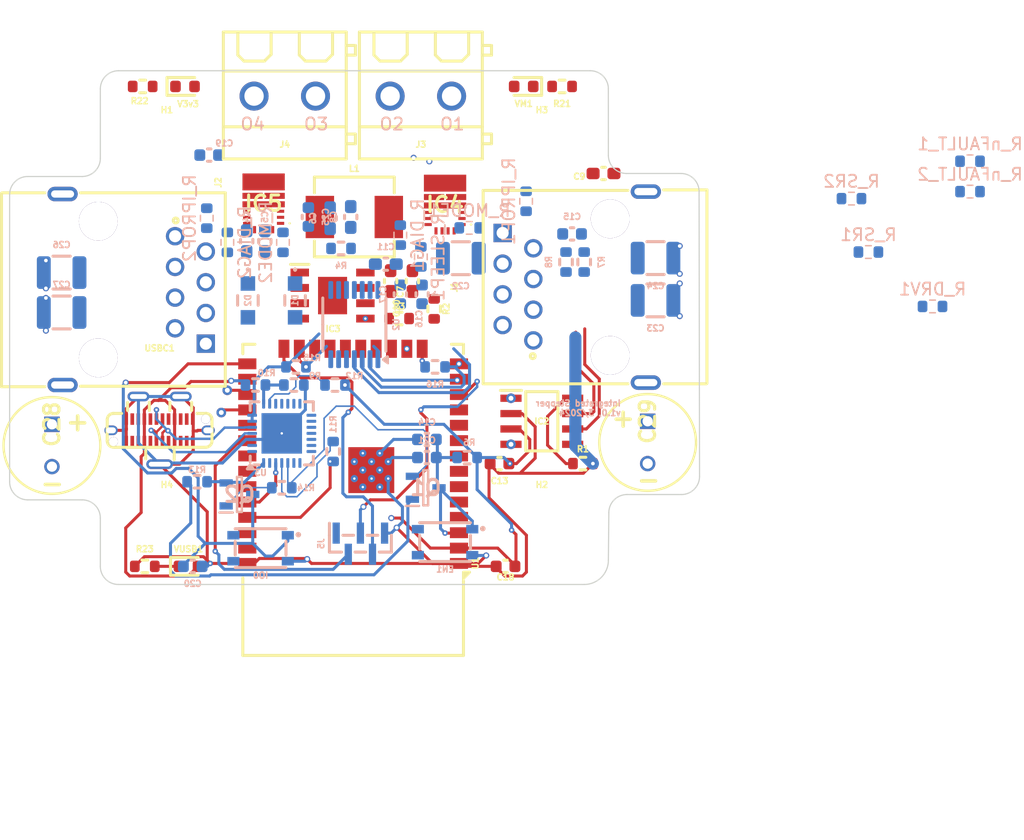
<source format=kicad_pcb>
(kicad_pcb (version 20240108) (generator "pcbnew") (generator_version "8.0")
  (layers (0 "F.Cu" signal) (1 "In1.Cu" signal) (2 "In2.Cu" signal) (31 "B.Cu" signal) (34 "B.Paste" user) (35 "F.Paste" user) (36 "B.SilkS" user "B.Silkscreen") (37 "F.SilkS" user "F.Silkscreen") (38 "B.Mask" user) (39 "F.Mask" user) (44 "Edge.Cuts" user))
  (net 0 "")
  (net 1 "/3V3_VReg/VM")
  (net 2 "Net-(IC4-DIAG)")
  (net 3 "Net-(IC4-SR)")
  (net 4 "GND")
  (net 5 "/DRV8844/DRVOFF")
  (net 6 "VIN")
  (net 7 "3V3_VCC")
  (net 8 "Net-(IC3-BOOT)")
  (net 9 "Net-(IC3-SW)")
  (net 10 "EN")
  (net 11 "Net-(C15-Pad1)")
  (net 12 "IO0")
  (net 15 "/DRV8844/NFAULT_1")
  (net 16 "/DRV8844/NSLEEP")
  (net 17 "IPROPI_1")
  (net 18 "/DRV8844/IN4")
  (net 19 "/DRV8844/IN1")
  (net 20 "/DRV8844/IN2")
  (net 21 "/DRV8844/OUT1")
  (net 22 "/DRV8844/OUT4")
  (net 23 "/DRV8844/OUT3")
  (net 24 "/DRV8844/IN3")
  (net 25 "/DRV8844/OUT2")
  (net 26 "Net-(IC2-RS)")
  (net 28 "CANH")
  (net 29 "CANL")
  (net 30 "Net-(IC3-RT{slash}SYNC)")
  (net 31 "Net-(IC3-FB)")
  (net 38 "/ESP32_MCU/ENC-")
  (net 39 "/ESP32_MCU/ENC_IND")
  (net 40 "/ESP32_MCU/ENC+")
  (net 41 "Net-(Q1-B)")
  (net 42 "RTS")
  (net 43 "DTR")
  (net 44 "Net-(Q2-B)")
  (net 45 "Net-(U3-VBUS)")
  (net 46 "TX")
  (net 47 "Net-(U1-TXD0{slash}IO1)")
  (net 48 "Net-(U3-~{RST})")
  (net 49 "/ESP32_MCU/M_CS0")
  (net 50 "/ESP32_MCU/M_MISO")
  (net 51 "Net-(IC4-MODE)")
  (net 52 "Net-(VM1-K)")
  (net 53 "Net-(V3v3-K)")
  (net 54 "/ESP32_MCU/I2C_SCL")
  (net 57 "/DRV8844/NFAULT_2")
  (net 63 "/ESP32_MCU/I2C_SDA")
  (net 64 "/ESP32_MCU/M_MOSI")
  (net 65 "RX")
  (net 67 "Net-(IC5-MODE)")
  (net 69 "Net-(IC5-DIAG)")
  (net 70 "/ESP32_MCU/M_SCLK")
  (net 71 "/Magnetic_Encoder/M_PWM")
  (net 95 "Net-(VUSB1-K)")
  (net 96 "/CAN_Transciever/CAN_RX")
  (net 97 "/CAN_Transciever/CAN_TX")
  (net 98 "V_USB")
  (net 99 "USB_D-")
  (net 100 "USB_D+")
  (net 114 "Net-(IC5-SR)")
  (net 115 "IPROPI_2")
  (footprint "Capacitor_SMD:C_0603_1608Metric_Pad1.08x0.95mm_HandSolder" (layer "F.Cu") (at 124 117.4 -90)
    (property "Reference" "C10")
    (property "Value" "10uf")
  )
  (footprint "Resistor_SMD:R_0603_1608Metric" (layer "F.Cu") (at 139.9 132.5)
    (property "Reference" "R1")
    (property "Value" "10k")
  )
  (footprint "SamacSys_Parts:DRV8243HQRXYRQ1" (layer "F.Cu") (at 113.5 111 180)
    (property "Reference" "IC5")
    (property "Value" "DRV8243HQRXYRQ1" (hide yes))
  )
  (footprint "Capacitor_SMD:C_0603_1608Metric" (layer "F.Cu") (at 133 132.5 180)
    (property "Reference" "C13")
    (property "Value" "0.1uF")
  )
  (footprint "SamacSys_Parts:DRV8243HQRXYRQ1" (layer "F.Cu") (at 128.5 111.1 180)
    (property "Reference" "IC4")
    (property "Value" "DRV8243HQRXYRQ1" (hide yes))
  )
  (footprint "Resistor_SMD:R_0603_1608Metric" (layer "F.Cu") (at 124.7 120.5)
    (property "Reference" "R3")
    (property "Value" "64.9k")
  )
  (footprint "SamacSys_Parts:SOIC127P600X170-9N" (layer "F.Cu") (at 119.2 118.6)
    (property "Reference" "IC3")
    (property "Value" "LMR38020FSQDDARQ1" (hide yes))
  )
  (footprint "SamacSys_Parts:SOT127P600X175-8N" (layer "F.Cu") (at 136.5 129)
    (property "Reference" "IC2")
    (property "Value" "SN65HVD230DR" (hide yes))
  )
  (footprint "easyeda2kicad:CONN-TH_P5.08_KF128-5.08-2P" (layer "F.Cu") (at 126.5 102.1 180)
    (property "Reference" "J3")
    (property "Value" "Screw_Terminal_01x02")
  )
  (footprint "easyeda2kicad:IND-SMD_L7.2-W6.6_GPSR07X0" (layer "F.Cu") (at 121 112.1)
    (property "Reference" "L1")
    (property "Value" "10uH")
  )
  (footprint "easyeda2kicad:USB-C-SMD_TYPE-C-USB-3" (layer "F.Cu") (at 104.9 129.75)
    (property "Reference" "USBC1")
    (property "Value" "TYPE-C 3.1_C168690")
  )
  (footprint "MountingHole:MountingHole_3.2mm_M3" (layer "F.Cu") (at 136.5 105.5)
    (property "Reference" "H3")
    (property "Value" "MountingHole_Pad")
  )
  (footprint "SamacSys_Parts:CAPPRD350W65D800H1650" (layer "F.Cu") (at 145.25 129 -90)
    (property "Reference" "C29")
    (property "Value" "100uF" (hide yes))
  )
  (footprint "MountingHole:MountingHole_3.2mm_M3" (layer "F.Cu") (at 105.5 105.5)
    (property "Reference" "H1")
    (property "Value" "MountingHole_Pad")
  )
  (footprint "easyeda2kicad:CONN-TH_P5.08_KF128-5.08-2P" (layer "F.Cu") (at 115.25 102.1 180)
    (property "Reference" "J4")
    (property "Value" "Screw_Terminal_01x02")
  )
  (footprint "Resistor_SMD:R_0603_1608Metric" (layer "F.Cu") (at 127.6 119.7 -90)
    (property "Reference" "R2")
    (property "Value" "154k")
  )
  (footprint "LED_SMD:LED_0603_1608Metric" (layer "F.Cu") (at 107.2875 141)
    (property "Reference" "VUSB1")
    (property "Value" "LED")
  )
  (footprint "Resistor_SMD:R_0603_1608Metric" (layer "F.Cu") (at 103.675 141)
    (property "Reference" "R23")
    (property "Value" "500")
  )
  (footprint "MountingHole:MountingHole_3.2mm_M3" (layer "F.Cu") (at 105.5 136.5)
    (property "Reference" "H4")
    (property "Value" "MountingHole_Pad")
  )
  (footprint "Resistor_SMD:R_0603_1608Metric" (layer "F.Cu") (at 138.175 101.3 180)
    (property "Reference" "R21")
    (property "Value" "10K")
  )
  (footprint "Capacitor_SMD:C_0603_1608Metric_Pad1.08x0.95mm_HandSolder" (layer "F.Cu") (at 141.6 108.5 180)
    (property "Reference" "C9")
    (property "Value" "1uF")
  )
  (footprint "SamacSys_Parts:CAPPRD350W65D800H1650" (layer "F.Cu") (at 96 129.25 -90)
    (property "Reference" "C28")
    (property "Value" "100uF" (hide yes))
  )
  (footprint "easyeda2kicad:RJ45-TH_KH-RJ45-58-8P8C" (layer "F.Cu") (at 102.8 118.1 -90)
    (property "Reference" "J2")
    (property "Value" "8P8C")
  )
  (footprint "LED_SMD:LED_0603_1608Metric" (layer "F.Cu") (at 135 101.3 180)
    (property "Reference" "VM1")
    (property "Value" "LED")
  )
  (footprint "Resistor_SMD:R_0603_1608Metric" (layer "F.Cu") (at 103.5 101.3)
    (property "Reference" "R22")
    (property "Value" "500")
  )
  (footprint "easyeda2kicad:RJ45-TH_KH-RJ45-58-8P8C" (layer "F.Cu") (at 139.18 117.9 90)
    (property "Reference" "J1")
    (property "Value" "8P8C")
  )
  (footprint "Capacitor_SMD:C_0603_1608Metric_Pad1.08x0.95mm_HandSolder" (layer "F.Cu") (at 125.8 117.4 -90)
    (property "Reference" "C7")
    (property "Value" "10uf")
  )
  (footprint "RF_Module:ESP32-WROOM-32D" (layer "F.Cu") (at 120.9 132.51 180)
    (property "Reference" "U1")
    (property "Value" "ESP32-WROOM-32E")
  )
  (footprint "Capacitor_SMD:C_0603_1608Metric" (layer "F.Cu") (at 133.5 141 180)
    (property "Reference" "C18")
    (property "Value" "0.1uF")
  )
  (footprint "MountingHole:MountingHole_3.2mm_M3" (layer "F.Cu") (at 136.5 136.5)
    (property "Reference" "H2")
    (property "Value" "MountingHole_Pad")
  )
  (footprint "LED_SMD:LED_0603_1608Metric" (layer "F.Cu") (at 107 101.3)
    (property "Reference" "V3v3")
    (property "Value" "LED")
  )
  (footprint "Capacitor_SMD:C_0603_1608Metric" (layer "B.Cu") (at 139 113.5 180)
    (property "Reference" "C15")
    (property "Value" "4.7nF")
  )
  (footprint "Resistor_SMD:R_0603_1608Metric" (layer "B.Cu") (at 112.825 126 180)
    (property "Reference" "R10")
    (property "Value" "22.1k")
  )
  (footprint "Capacitor_SMD:C_1210_3225Metric" (layer "B.Cu") (at 96.8 116.7 180)
    (property "Reference" "C26")
    (property "Value" "10uF")
  )
  (footprint "Resistor_SMD:R_0603_1608Metric" (layer "B.Cu") (at 126.5 115.4 90)
    (property "Reference" "R_SLEEP1")
    (property "Value" "2k")
  )
  (footprint "Capacitor_SMD:C_0603_1608Metric_Pad1.08x0.95mm_HandSolder" (layer "B.Cu") (at 119 112.2 -90)
    (property "Reference" "C6")
    (property "Value" "100nf")
  )
  (footprint "Resistor_SMD:R_0603_1608Metric" (layer "B.Cu") (at 135.2 110.8 -90)
    (property "Reference" "R_IPROP1")
    (property "Value" "820")
  )
  (footprint "Resistor_SMD:R_0603_1608Metric" (layer "B.Cu") (at 171.9 107.49 180)
    (property "Reference" "R_nFAULT_1")
    (property "Value" "2k")
  )
  (footprint "Capacitor_SMD:C_0603_1608Metric" (layer "B.Cu") (at 117.2 112.1 90)
    (property "Reference" "C25")
    (property "Value" "10uF")
  )
  (footprint "SamacSys_Parts:SOT95P240X115-3N" (layer "B.Cu") (at 126.9 134.5)
    (property "Reference" "Q1")
    (property "Value" "SS8050-G" (hide yes))
  )
  (footprint "Resistor_SMD:R_0603_1608Metric" (layer "B.Cu") (at 115.1 114.2 -90)
    (property "Reference" "R_MODE2")
    (property "Value" "8.2k")
  )
  (footprint "SamacSys_Parts:SOT95P240X115-3N" (layer "B.Cu") (at 111.5 135.05)
    (property "Reference" "Q2")
    (property "Value" "SS8050-G" (hide yes))
  )
  (footprint "Capacitor_SMD:C_0603_1608Metric_Pad1.08x0.95mm_HandSolder" (layer "B.Cu") (at 113.6 114.1 -90)
    (property "Reference" "C5")
    (property "Value" "1uF")
  )
  (footprint "Connector_PinHeader_1.00mm:PinHeader_1x05_P1.00mm_Vertical_SMD_Pin1Left" (layer "B.Cu") (at 121.5 139.125 -90)
    (property "Reference" "J5")
    (property "Value" "Conn_01x05_Socket")
  )
  (footprint "Capacitor_SMD:C_0603_1608Metric_Pad1.08x0.95mm_HandSolder" (layer "B.Cu") (at 112.1 114.1 -90)
    (property "Reference" "C4")
    (property "Value" "10uf")
  )
  (footprint "Resistor_SMD:R_0603_1608Metric" (layer "B.Cu") (at 119.25 131.5 -90)
    (property "Reference" "R11")
    (property "Value" "10")
  )
  (footprint "Resistor_SMD:R_0603_1608Metric" (layer "B.Cu") (at 138.5 115.825 -90)
    (property "Reference" "R8")
    (property "Value" "60")
  )
  (footprint "SamacSys_Parts:PMEG6020ER115" (layer "B.Cu") (at 116.1 119 -90)
    (property "Reference" "D1")
    (property "Value" "PMEG6020ER,115" (hide yes))
  )
  (footprint "Resistor_SMD:R_0603_1608Metric" (layer "B.Cu") (at 115 134.5 180)
    (property "Reference" "R14")
    (property "Value" "10k")
  )
  (footprint "Capacitor_SMD:C_1210_3225Metric" (layer "B.Cu") (at 96.8 120 180)
    (property "Reference" "C27")
    (property "Value" "10uF")
  )
  (footprint "Capacitor_SMD:C_0603_1608Metric" (layer "B.Cu") (at 109 106.98 180)
    (property "Reference" "C19")
    (property "Value" "10uF")
  )
  (footprint "Capacitor_SMD:C_0603_1608Metric_Pad1.08x0.95mm_HandSolder" (layer "B.Cu") (at 123.6 116 180)
    (property "Reference" "C11")
    (property "Value" "0.1uF")
  )
  (footprint "Resistor_SMD:R_0603_1608Metric" (layer "B.Cu") (at 171.9 110 180)
    (property "Reference" "R_nFAULT_2")
    (property "Value" "2k")
  )
  (footprint "Capacitor_SMD:C_0603_1608Metric" (layer "B.Cu") (at 127 132 180)
    (property "Reference" "C21")
    (property "Value" "0.1uF")
  )
  (footprint "Resistor_SMD:R_0603_1608Metric" (layer "B.Cu") (at 130.5 113 180)
    (property "Reference" "R_MODE1")
    (property "Value" "8.2k")
  )
  (footprint "Resistor_SMD:R_0603_1608Metric" (layer "B.Cu") (at 116.175 124.5 180)
    (property "Reference" "R15")
    (property "Value" "2k")
  )
  (footprint "Resistor_SMD:R_0603_1608Metric" (layer "B.Cu") (at 119.9 114.7)
    (property "Reference" "R4")
    (property "Value" "64.9k")
  )
  (footprint "Capacitor_SMD:C_0603_1608Metric_Pad1.08x0.95mm_HandSolder" (layer "B.Cu") (at 120.7 112.1 -90)
    (property "Reference" "C8")
    (property "Value" "100nf")
  )
  (footprint "Capacitor_SMD:C_0603_1608Metric" (layer "B.Cu") (at 126.6 118.5 -90)
    (property "Reference" "C16")
    (property "Value" "10uF")
  )
  (footprint "Resistor_SMD:R_0603_1608Metric" (layer "B.Cu") (at 110.5 114.2 90)
    (property "Reference" "R_DIAG2")
    (property "Value" "8.2k")
  )
  (footprint "Resistor_SMD:R_0603_1608Metric" (layer "B.Cu") (at 108.8 112.2 -90)
    (property "Reference" "R_IPROP2")
    (property "Value" "820")
  )
  (footprint "Resistor_SMD:R_0603_1608Metric" (layer "B.Cu") (at 168.8 119.5 180)
    (property "Reference" "R_DRV1")
    (property "Value" "2k")
  )
  (footprint "Capacitor_SMD:C_1210_3225Metric" (layer "B.Cu") (at 129.8 115.51)
    (property "Reference" "C22")
    (property "Value" "22uF")
  )
  (footprint "Resistor_SMD:R_0603_1608Metric" (layer "B.Cu") (at 162.1 110.58 180)
    (property "Reference" "R_SR2")
    (property "Value" "8.2k")
  )
  (footprint "Capacitor_SMD:C_0603_1608Metric" (layer "B.Cu") (at 127 130.5 180)
    (property "Reference" "C14")
    (property "Value" "0.1uF")
  )
  (footprint "Resistor_SMD:R_0603_1608Metric" (layer "B.Cu") (at 130.325 132 180)
    (property "Reference" "R6")
    (property "Value" "10k")
  )
  (footprint "Resistor_SMD:R_0603_1608Metric" (layer "B.Cu") (at 108 134 180)
    (property "Reference" "R13")
    (property "Value" "10k")
  )
  (footprint "Capacitor_SMD:C_1210_3225Metric" (layer "B.Cu") (at 145.9 115.5)
    (property "Reference" "C24")
    (property "Value" "10uF")
  )
  (footprint "Resistor_SMD:R_0603_1608Metric" (layer "B.Cu") (at 116 126)
    (property "Reference" "R9")
    (property "Value" "47.5k")
  )
  (footprint "SamacSys_Parts:PTS815SJM250SMTRLFS" (layer "B.Cu") (at 113.25 139.5 180)
    (property "Reference" "IO0")
    (property "Value" "PTS815_SJG_250_SMTR_LFS" (hide yes))
  )
  (footprint "SamacSys_Parts:PTS815SJM250SMTRLFS" (layer "B.Cu") (at 128.5 139 180)
    (property "Reference" "EN1")
    (property "Value" "PTS815_SJG_250_SMTR_LFS" (hide yes))
  )
  (footprint "Package_SO:TSSOP-14_4.4x5mm_P0.65mm" (layer "B.Cu") (at 121 121 90)
    (property "Reference" "U2")
    (property "Value" "AS5048A")
  )
  (footprint "Capacitor_SMD:C_1210_3225Metric" (layer "B.Cu") (at 145.9 119)
    (property "Reference" "C23")
    (property "Value" "22uF")
  )
  (footprint "Resistor_SMD:R_0603_1608Metric" (layer "B.Cu") (at 127.675 124.5)
    (property "Reference" "R16")
    (property "Value" "2k")
  )
  (footprint "Capacitor_SMD:C_0603_1608Metric" (layer "B.Cu") (at 107.6375 141)
    (property "Reference" "C20")
    (property "Value" "0.1uF")
  )
  (footprint "Resistor_SMD:R_0603_1608Metric" (layer "B.Cu") (at 119.4 126)
    (property "Reference" "R12")
    (property "Value" "2k")
  )
  (footprint "Resistor_SMD:R_0603_1608Metric" (layer "B.Cu") (at 163.5 115 180)
    (property "Reference" "R_SR1")
    (property "Value" "8.2k")
  )
  (footprint "Resistor_SMD:R_0603_1608Metric" (layer "B.Cu") (at 124.8 113.6 90)
    (property "Reference" "R_DIAG1")
    (property "Value" "8.2k")
  )
  (footprint "Capacitor_SMD:C_0603_1608Metric" (layer "B.Cu") (at 124.8 118.5 -90)
    (property "Reference" "C17")
    (property "Value" "0.1uF")
  )
  (footprint "Resistor_SMD:R_0603_1608Metric" (layer "B.Cu") (at 140 115.825 90)
    (property "Reference" "R7")
    (property "Value" "60")
  )
  (footprint "Package_DFN_QFN:QFN-28-1EP_5x5mm_P0.5mm_EP3.35x3.35mm" (layer "B.Cu") (at 115 130)
    (property "Reference" "U3")
    (property "Value" "CP2102N-Axx-xQFN28")
  )
  (footprint "SamacSys_Parts:PMEG6020ER115" (layer "B.Cu") (at 112.2 119 -90)
    (property "Reference" "D2")
    (property "Value" "PMEG6020ER,115" (hide yes))
  )
  (gr_line (start 94 135.5) (end 98.5 135.5) (stroke (width 0.1)) (layer "Edge.Cuts"))
  (gr_arc (start 142.001851 140.499999) (mid 141.416065 141.914213) (end 140.001851 142.499999) (stroke (width 0.1)) (layer "Edge.Cuts"))
  (gr_line (start 100 137) (end 99.999999 141.000001) (stroke (width 0.1)) (layer "Edge.Cuts"))
  (gr_line (start 92.5 110.25) (end 92.5 134) (stroke (width 0.1)) (layer "Edge.Cuts"))
  (gr_arc (start 101.499999 142.500001) (mid 100.439339 142.060661) (end 99.999999 141.000001) (stroke (width 0.1)) (layer "Edge.Cuts"))
  (gr_arc (start 143.501852 108.5) (mid 142.441192 108.06066) (end 142.001852 107) (stroke (width 0.1)) (layer "Edge.Cuts"))
  (gr_arc (start 140.501851 100.001851) (mid 141.562511 100.441191) (end 142.001851 101.501851) (stroke (width 0.1)) (layer "Edge.Cuts"))
  (gr_arc (start 94 135.5) (mid 92.93934 135.06066) (end 92.5 134) (stroke (width 0.1)) (layer "Edge.Cuts"))
  (gr_line (start 143.501852 108.5) (end 148.001852 108.5) (stroke (width 0.1)) (layer "Edge.Cuts"))
  (gr_line (start 142 101.5) (end 142.001852 107) (stroke (width 0.1)) (layer "Edge.Cuts"))
  (gr_arc (start 92.5 110.25) (mid 92.93934 109.18934) (end 94 108.75) (stroke (width 0.1)) (layer "Edge.Cuts"))
  (gr_arc (start 142.03934 136.56066) (mid 142.47868 135.5) (end 143.53934 135.06066) (stroke (width 0.1)) (layer "Edge.Cuts"))
  (gr_line (start 149.53934 133.56066) (end 149.5 110) (stroke (width 0.1)) (layer "Edge.Cuts"))
  (gr_arc (start 98.5 135.5) (mid 99.56066 135.93934) (end 100 137) (stroke (width 0.1)) (layer "Edge.Cuts"))
  (gr_line (start 100 107.25) (end 100.001851 101.501851) (stroke (width 0.1)) (layer "Edge.Cuts"))
  (gr_line (start 140 142.5) (end 101.5 142.5) (stroke (width 0.1)) (layer "Edge.Cuts"))
  (gr_arc (start 100.001851 101.501851) (mid 100.441191 100.441191) (end 101.501851 100.001851) (stroke (width 0.1)) (layer "Edge.Cuts"))
  (gr_line (start 94 108.75) (end 98.5 108.75) (stroke (width 0.1)) (layer "Edge.Cuts"))
  (gr_arc (start 100 107.25) (mid 99.56066 108.31066) (end 98.5 108.75) (stroke (width 0.1)) (layer "Edge.Cuts"))
  (gr_arc (start 149.53934 133.56066) (mid 149.1 134.62132) (end 148.03934 135.06066) (stroke (width 0.1)) (layer "Edge.Cuts"))
  (gr_line (start 143.53934 135.06066) (end 148.03934 135.06066) (stroke (width 0.1)) (layer "Edge.Cuts"))
  (gr_line (start 101.501851 100.001851) (end 140.501851 100.001851) (stroke (width 0.1)) (layer "Edge.Cuts"))
  (gr_arc (start 148.001852 108.5) (mid 149.062512 108.93934) (end 149.501852 110) (stroke (width 0.1)) (layer "Edge.Cuts"))
  (gr_line (start 142.001851 140.499999) (end 142.03934 136.56066) (stroke (width 0.1)) (layer "Edge.Cuts"))
  (gr_text "O1" (at 128 105 0) (layer "B.SilkS") (effects (font (size 1 1)) (justify left bottom)))
  (gr_text "Integrated Stepper " (at 143.1 127.8 0) (layer "B.SilkS") (effects (font (size 0.5 0.5)) (justify left bottom mirror)))
  (gr_text "O4" (at 111.5 105 0) (layer "B.SilkS") (effects (font (size 1 1)) (justify left bottom)))
  (gr_text "O3" (at 116.75 105 0) (layer "B.SilkS") (effects (font (size 1 1)) (justify left bottom)))
  (gr_text "v1.0, 3/2024" (at 143.1 128.6 0) (layer "B.SilkS") (effects (font (size 0.5 0.5)) (justify left bottom mirror)))
  (gr_text "O2" (at 123 105 0) (layer "B.SilkS") (effects (font (size 1 1)) (justify left bottom)))
  (gr_text "-" (at 144.2 134.7 0) (layer "F.SilkS") (effects (font (size 1.5 1.5) (thickness 0.3) (bold yes)) (justify left bottom)))
  (gr_text "-" (at 94.9 135 0) (layer "F.SilkS") (effects (font (size 1.5 1.5) (thickness 0.3) (bold yes)) (justify left bottom)))
  (gr_text "+" (at 97 129.9 0) (layer "F.SilkS") (effects (font (size 1.5 1.5) (thickness 0.3) (bold yes)) (justify left bottom)))
  (gr_text "+" (at 142.1 129.6 0) (layer "F.SilkS") (effects (font (size 1.5 1.5) (thickness 0.3) (bold yes)) (justify left bottom)))
  (segment (start 109.08504 140.76) (end 108.52504 140.2) (width 0.25) (layer "F.Cu") (net 4))
  (segment (start 134.7 133.3) (end 135.95 132.05) (width 0.25) (layer "F.Cu") (net 4))
  (segment (start 108.8375 140.51246) (end 109.08504 140.76) (width 0.25) (layer "F.Cu") (net 4))
  (segment (start 102.15 129.7) (end 102.15 129.6) (width 0.25) (layer "F.Cu") (net 4))
  (segment (start 131.24 140.76) (end 131.9 140.1) (width 0.25) (layer "F.Cu") (net 4))
  (segment (start 132.9375 133.3) (end 134.7 133.3) (width 0.25) (layer "F.Cu") (net 4))
  (segment (start 140.725 132.5) (end 139.925 133.3) (width 0.25) (layer "F.Cu") (net 4))
  (segment (start 132.6375 141) (end 129.89 141) (width 0.25) (layer "F.Cu") (net 4))
  (segment (start 102.14 129.61) (end 102.15 129.6) (width 0.25) (layer "F.Cu") (net 4))
  (segment (start 107.68 129.8) (end 107.68 131.42) (width 0.25) (layer "F.Cu") (net 4))
  (segment (start 117.1 140.4) (end 117.05 140.35) (width 0.25) (layer "F.Cu") (net 4))
  (segment (start 108.8375 136.4875) (end 108.8375 140.51246) (width 0.25) (layer "F.Cu") (net 4))
  (segment (start 134.902076 141.8) (end 133.4375 141.8) (width 0.25) (layer "F.Cu") (net 4))
  (segment (start 117.05 140.35) (end 113.14 140.35) (width 0.25) (layer "F.Cu") (net 4))
  (segment (start 107.68 127.88) (end 106.818198 127.018198) (width 0.25) (layer "F.Cu") (net 4))
  (segment (start 108.05 129.75) (end 108.91 129.75) (width 0.25) (layer "F.Cu") (net 4))
  (segment (start 132.1375 132.5) (end 132.9375 133.3) (width 0.25) (layer "F.Cu") (net 4))
  (segment (start 108.52504 140.2) (end 103.65 140.2) (width 0.25) (layer "F.Cu") (net 4))
  (segment (start 106.55 132.55) (end 104.9 132.55) (width 0.25) (layer "F.Cu") (net 4))
  (segment (start 135.95 129.45) (end 134.865 128.365) (width 0.25) (layer "F.Cu") (net 4))
  (segment (start 139.925 133.3) (end 134.7 133.3) (width 0.25) (layer "F.Cu") (net 4))
  (segment (start 133.4375 141.8) (end 132.6375 141) (width 0.25) (layer "F.Cu") (net 4))
  (segment (start 102.1 129.75) (end 102.15 129.7) (width 0.25) (layer "F.Cu") (net 4))
  (segment (start 117.46 140.76) (end 117.1 140.4) (width 0.25) (layer "F.Cu") (net 4))
  (segment (start 113.14 140.35) (end 112.73 140.76) (width 0.25) (layer "F.Cu") (net 4))
  (segment (start 129.89 141) (end 129.65 140.76) (width 0.25) (layer "F.Cu") (net 4))
  (segment (start 106.818198 127.018198) (end 106.768198 127.068198) (width 0.25) (layer "F.Cu") (net 4))
  (segment (start 129.65 140.76) (end 117.46 140.76) (width 0.25) (layer "F.Cu") (net 4))
  (segment (start 103.15 126.95) (end 103.275 127.075) (width 0.25) (layer "F.Cu") (net 4))
  (segment (start 134.865 128.365) (end 133.95 128.365) (width 0.25) (layer "F.Cu") (net 4))
  (segment (start 102.15 127.95) (end 103.15 126.95) (width 0.25) (layer "F.Cu") (net 4))
  (segment (start 132.1375 135.3375) (end 135.225 138.425) (width 0.25) (layer "F.Cu") (net 4))
  (segment (start 100.89 129.75) (end 102.1 129.75) (width 0.25) (layer "F.Cu") (net 4))
  (segment (start 129.65 140.76) (end 127.46 140.76) (width 0.25) (layer "F.Cu") (net 4))
  (segment (start 107.68 127.88) (end 107.68 129.8) (width 0.25) (layer "F.Cu") (net 4))
  (segment (start 127.46 140.76) (end 124.5 137.8) (width 0.25) (layer "F.Cu") (net 4))
  (segment (start 132.1375 132.5) (end 132.1375 135.3375) (width 0.25) (layer "F.Cu") (net 4))
  (segment (start 108 129.8) (end 108.05 129.75) (width 0.25) (layer "F.Cu") (net 4))
  (segment (start 135.225 141.477076) (end 134.902076 141.8) (width 0.25) (layer "F.Cu") (net 4))
  (segment (start 135.95 132.05) (end 135.95 129.45) (width 0.25) (layer "F.Cu") (net 4))
  (segment (start 112.15 140.76) (end 109.08504 140.76) (width 0.25) (layer "F.Cu") (net 4))
  (segment (start 129.65 140.76) (end 131.24 140.76) (width 0.25) (layer "F.Cu") (net 4))
  (segment (start 107.68 129.8) (end 108 129.8) (width 0.25) (layer "F.Cu") (net 4))
  (segment (start 103.65 140.2) (end 102.85 141) (width 0.25) (layer "F.Cu") (net 4))
  (segment (start 107.68 131.42) (end 106.55 132.55) (width 0.25) (layer "F.Cu") (net 4))
  (segment (start 126.61 124) (end 126.61 123) (width 0.25) (layer "F.Cu") (net 4))
  (segment (start 102.15 129.6) (end 102.15 127.95) (width 0.25) (layer "F.Cu") (net 4))
  (segment (start 135.225 138.425) (end 135.225 141.477076) (width 0.25) (layer "F.Cu") (net 4))
  (segment (start 102.14 130.68) (end 102.14 129.61) (width 0.25) (layer "F.Cu") (net 4))
  (segment (start 112.73 140.76) (end 112.15 140.76) (width 0.25) (layer "F.Cu") (net 4))
  (segment (start 104.9 132.55) (end 108.8375 136.4875) (width 0.25) (layer "F.Cu") (net 4))
  (via (at 95.5 115.7) (size 0.5) (drill 0.3) (layers "F.Cu" "B.Cu") (net 4))
  (via (at 131.9 140.1) (size 0.5) (drill 0.3) (layers "F.Cu" "B.Cu") (net 4))
  (via (at 95.5 118) (size 0.5) (drill 0.3) (layers "F.Cu" "B.Cu") (net 4))
  (via (at 117.1 140.4) (size 0.5) (drill 0.3) (layers "F.Cu" "B.Cu") (net 4))
  (via (at 95.5 118.8) (size 0.5) (drill 0.3) (layers "F.Cu" "B.Cu") (net 4))
  (via (at 95.5 121.5) (size 0.5) (drill 0.3) (layers "F.Cu" "B.Cu") (net 4))
  (via (at 115 130) (size 0.45) (drill 0.2) (layers "F.Cu" "B.Cu") (net 4))
  (via (at 147.9 117.6) (size 0.5) (drill 0.3) (layers "F.Cu" "B.Cu") (net 4))
  (via (at 140.725 132.5) (size 0.5) (drill 0.3) (layers "F.Cu" "B.Cu") (net 4))
  (via (at 147.9 116.8) (size 0.5) (drill 0.3) (layers "F.Cu" "B.Cu") (net 4))
  (via (at 126.61 124) (size 0.45) (drill 0.2) (layers "F.Cu" "B.Cu") (net 4))
  (via (at 109.08504 140.76) (size 0.45) (drill 0.2) (layers "F.Cu" "B.Cu") (net 4))
  (via (at 147.9 120.3) (size 0.5) (drill 0.3) (layers "F.Cu" "B.Cu") (net 4))
  (via (at 147.9 114.5) (size 0.5) (drill 0.3) (layers "F.Cu" "B.Cu") (net 4))
  (via (at 124.5 137.8) (size 0.5) (drill 0.3) (layers "F.Cu" "B.Cu") (net 4))
  (segment (start 139.275 122.05684) (end 139.275 127.52) (width 1) (layer "B.Cu") (net 4))
  (segment (start 124.975 137.325) (end 124.975 136.075) (width 0.25) (layer "B.Cu") (net 4))
  (segment (start 126.1375 130.5) (end 124.24 130.5) (width 0.25) (layer "B.Cu") (net 4))
  (segment (start 130.775 140.1) (end 130.75 140.075) (width 0.25) (layer "B.Cu") (net 4))
  (segment (start 139.275 131.05) (end 139.275 127.52) (width 1) (layer "B.Cu") (net 4))
  (segment (start 124.24 130.5) (end 123.1 131.64) (width 0.25) (layer "B.Cu") (net 4))
  (segment (start 116.825 126) (end 116.95 126.125) (width 0.25) (layer "B.Cu") (net 4))
  (segment (start 108.5 141) (end 108.84504 141) (width 0.25) (layer "B.Cu") (net 4))
  (segment (start 131.9 140.1) (end 130.775 140.1) (width 0.25) (layer "B.Cu") (net 4))
  (segment (start 103.15 126.95) (end 106.65 126.95) (width 0.25) (layer "B.Cu") (net 4))
  (segment (start 114.5 130.5) (end 115 130) (width 0.25) (layer "B.Cu") (net 4))
  (segment (start 104.9 132.55) (end 103.15 130.8) (width 0.25) (layer "B.Cu") (net 4))
  (segment (start 116.95 126.125) (end 116.95 128.05) (width 0.25) (layer "B.Cu") (net 4))
  (segment (start 124.14 132) (end 123.8 132.34) (width 0.25) (layer "B.Cu") (net 4))
  (segment (start 108.84504 141) (end 109.08504 140.76) (width 0.25) (layer "B.Cu") (net 4))
  (segment (start 116.925 140.575) (end 117.1 140.4) (width 0.25) (layer "B.Cu") (net 4))
  (segment (start 112.55 130.5) (end 112.051039 130.5) (width 0.25) (layer "B.Cu") (net 4))
  (segment (start 112.051039 130.5) (end 110.101039 132.45) (width 0.25) (layer "B.Cu") (net 4))
  (segment (start 124.5 137.8) (end 124.975 137.325) (width 0.25) (layer "B.Cu") (net 4))
  (segment (start 123.5 138.25) (end 124.05 138.25) (width 0.25) (layer "B.Cu") (net 4))
  (segment (start 126.1375 132) (end 124.14 132) (width 0.25) (layer "B.Cu") (net 4))
  (segment (start 103.15 130.8) (end 103.15 126.95) (width 0.25) (layer "B.Cu") (net 4))
  (segment (start 123.8 134.9) (end 123.8 133.74) (width 0.25) (layer "B.Cu") (net 4))
  (segment (start 115.5 140.575) (end 116.925 140.575) (width 0.25) (layer "B.Cu") (net 4))
  (segment (start 124.975 136.075) (end 123.8 134.9) (width 0.25) (layer "B.Cu") (net 4))
  (segment (start 115 130) (end 114.875 130.125) (width 0.127) (layer "B.Cu") (net 4))
  (segment (start 110.101039 132.45) (end 105 132.45) (width 0.25) (layer "B.Cu") (net 4))
  (segment (start 140.725 132.5) (end 139.275 131.05) (width 1) (layer "B.Cu") (net 4))
  (segment (start 105 132.45) (end 104.9 132.55) (width 0.25) (layer "B.Cu") (net 4))
  (segment (start 124.05 138.25) (end 124.5 137.8) (width 0.25) (layer "B.Cu") (net 4))
  (segment (start 112.55 130.5) (end 114.5 130.5) (width 0.25) (layer "B.Cu") (net 4))
  (segment (start 116.95 128.05) (end 115 130) (width 0.25) (layer "B.Cu") (net 4))
  (segment (start 135.5 130.5) (end 134.635 129.635) (width 0.25) (layer "F.Cu") (net 7))
  (segment (start 124.80571 137.00571) (end 127.29 139.49) (width 0.25) (layer "F.Cu") (net 7))
  (segment (start 133.8625 132.5) (end 134.4 132.5) (width 0.25) (layer "F.Cu") (net 7))
  (segment (start 135.5 131.4) (end 135.5 130.5) (width 0.25) (layer "F.Cu") (net 7))
  (segment (start 132.8525 139.49) (end 129.65 139.49) (width 0.25) (layer "F.Cu") (net 7))
  (segment (start 134.3625 141) (end 132.8525 139.49) (width 0.25) (layer "F.Cu") (net 7))
  (segment (start 134.4 132.5) (end 135.5 131.4) (width 0.25) (layer "F.Cu") (net 7))
  (segment (start 134.635 129.635) (end 133.95 129.635) (width 0.25) (layer "F.Cu") (net 7))
  (segment (start 124.057151 137.00571) (end 124.80571 137.00571) (width 0.25) (layer "F.Cu") (net 7))
  (segment (start 127.29 139.49) (end 129.65 139.49) (width 0.25) (layer "F.Cu") (net 7))
  (segment (start 134.3625 141) (end 134.3625 138.3625) (width 0.25) (layer "F.Cu") (net 7))
  (segment (start 134.3625 138.3625) (end 134 138) (width 0.25) (layer "F.Cu") (net 7))
  (via (at 120.225 126) (size 0.5) (drill 0.3) (layers "F.Cu" "B.Cu") (net 7))
  (via (at 134 138) (size 0.45) (drill 0.2) (layers "F.Cu" "B.Cu") (net 7))
  (via (at 133.8625 132.5) (size 0.45) (drill 0.2) (layers "F.Cu" "B.Cu") (net 7))
  (via (at 124.057151 137.00571) (size 0.5) (drill 0.3) (layers "F.Cu" "B.Cu") (net 7))
  (segment (start 128.4 129.25) (end 131.15 132) (width 0.25) (layer "B.Cu") (net 7))
  (segment (start 123.475 129.25) (end 128.4 129.25) (width 0.25) (layer "B.Cu") (net 7))
  (segment (start 134 138) (end 134 137.5) (width 0.25) (layer "B.Cu") (net 7))
  (segment (start 112.55 128.5) (end 112.55 129) (width 0.25) (layer "B.Cu") (net 7))
  (segment (start 112.725 128.325) (end 112.725 125.675) (width 0.25) (layer "B.Cu") (net 7))
  (segment (start 131.15 134.65) (end 131.15 132) (width 0.25) (layer "B.Cu") (net 7))
  (segment (start 134 137.5) (end 131.15 134.65) (width 0.25) (layer "B.Cu") (net 7))
  (segment (start 113.9 124.5) (end 115.35 124.5) (width 0.25) (layer "B.Cu") (net 7))
  (segment (start 120.225 126) (end 123.475 129.25) (width 0.25) (layer "B.Cu") (net 7))
  (segment (start 112.55 128.5) (end 112.725 128.325) (width 0.25) (layer "B.Cu") (net 7))
  (segment (start 131.15 132) (end 133.3625 132) (width 0.25) (layer "B.Cu") (net 7))
  (segment (start 112.725 125.675) (end 113.9 124.5) (width 0.25) (layer "B.Cu") (net 7))
  (segment (start 115.35 124.5) (end 118.075 121.775) (width 0.25) (layer "B.Cu") (net 7))
  (segment (start 133.3625 132) (end 133.8625 132.5) (width 0.25) (layer "B.Cu") (net 7))
  (segment (start 128.5 138.25) (end 129.62 138.25) (width 0.25) (layer "F.Cu") (net 10))
  (segment (start 129.62 138.25) (end 129.65 138.22) (width 0.25) (layer "F.Cu") (net 10))
  (via (at 128.5 138.25) (size 0.45) (drill 0.2) (layers "F.Cu" "B.Cu") (net 10))
  (segment (start 128.125 137.875) (end 128.5 138.25) (width 0.25) (layer "B.Cu") (net 10))
  (segment (start 130.75 137.925) (end 130.75 137.25) (width 0.25) (layer "B.Cu") (net 10))
  (segment (start 127.8625 132) (end 129.5 132) (width 0.25) (layer "B.Cu") (net 10))
  (segment (start 128 134.5) (end 128 134.4) (width 0.25) (layer "B.Cu") (net 10))
  (segment (start 128.125 134.625) (end 128.125 137.875) (width 0.25) (layer "B.Cu") (net 10))
  (segment (start 128 134.4) (end 127.8625 134.2625) (width 0.25) (layer "B.Cu") (net 10))
  (segment (start 127.8625 134.2625) (end 127.8625 132) (width 0.25) (layer "B.Cu") (net 10))
  (segment (start 130.75 137.25) (end 128 134.5) (width 0.25) (layer "B.Cu") (net 10))
  (segment (start 127.8625 130.5) (end 127.8625 132) (width 0.25) (layer "B.Cu") (net 10))
  (segment (start 128 134.5) (end 128.125 134.625) (width 0.25) (layer "B.Cu") (net 10))
  (segment (start 107.25 124.25) (end 112.15 124.25) (width 0.25) (layer "F.Cu") (net 12))
  (segment (start 102.1 125.8) (end 105.7 125.8) (width 0.25) (layer "F.Cu") (net 12))
  (segment (start 105.7 125.8) (end 107.25 124.25) (width 0.25) (layer "F.Cu") (net 12))
  (via (at 102.1 125.8) (size 0.5) (drill 0.3) (layers "F.Cu" "B.Cu") (net 12))
  (segment (start 115.5 138.9) (end 114.25 140.15) (width 0.25) (layer "B.Cu") (net 12))
  (segment (start 112.6 139.1) (end 112.6 135) (width 0.25) (layer "B.Cu") (net 12))
  (segment (start 108.0875 138.5125) (end 108.675 139.1) (width 0.25) (layer "B.Cu") (net 12))
  (segment (start 108.675 139.1) (end 112.6 139.1) (width 0.25) (layer "B.Cu") (net 12))
  (segment (start 105.900305 133.275) (end 106.275305 132.9) (width 0.25) (layer "B.Cu") (net 12))
  (segment (start 107.298004 132.9) (end 108.0875 133.689496) (width 0.25) (layer "B.Cu") (net 12))
  (segment (start 101.9 131.275305) (end 103.899695 133.275) (width 0.25) (layer "B.Cu") (net 12))
  (segment (start 114.25 140.15) (end 113.65 140.15) (width 0.25) (layer "B.Cu") (net 12))
  (segment (start 115.5 138.425) (end 115.5 138.9) (width 0.25) (layer "B.Cu") (net 12))
  (segment (start 103.899695 133.275) (end 105.900305 133.275) (width 0.25) (layer "B.Cu") (net 12))
  (segment (start 106.275305 132.9) (end 107.298004 132.9) (width 0.25) (layer "B.Cu") (net 12))
  (segment (start 101.9 126) (end 101.9 131.275305) (width 0.25) (layer "B.Cu") (net 12))
  (segment (start 113.65 140.15) (end 112.6 139.1) (width 0.25) (layer "B.Cu") (net 12))
  (segment (start 102.1 125.8) (end 101.9 126) (width 0.25) (layer "B.Cu") (net 12))
  (segment (start 106.775 141) (end 108.675 139.1) (width 0.25) (layer "B.Cu") (net 12))
  (segment (start 108.0875 133.689496) (end 108.0875 138.5125) (width 0.25) (layer "B.Cu") (net 12))
  (via (at 127.2 107.5) (size 0.5) (drill 0.3) (layers "F.Cu" "B.Cu") (net 21))
  (via (at 125.9 107.2) (size 0.5) (drill 0.3) (layers "F.Cu" "B.Cu") (net 25))
  (segment (start 136.975 130.975) (end 138.5 132.5) (width 0.25) (layer "F.Cu") (net 26))
  (segment (start 138.475 127.095) (end 136.975 128.595) (width 0.25) (layer "F.Cu") (net 26))
  (segment (start 139.05 127.095) (end 138.475 127.095) (width 0.25) (layer "F.Cu") (net 26))
  (segment (start 136.975 128.595) (end 136.975 130.975) (width 0.25) (layer "F.Cu") (net 26))
  (segment (start 138.5 132.5) (end 139.075 132.5) (width 0.25) (layer "F.Cu") (net 26))
  (segment (start 141.25 128.56) (end 141.25 125.5) (width 0.25) (layer "F.Cu") (net 28))
  (segment (start 141.25 125.5) (end 140.04875 124.29875) (width 0.25) (layer "F.Cu") (net 28))
  (segment (start 139.05 129.635) (end 140.175 129.635) (width 0.25) (layer "F.Cu") (net 28))
  (segment (start 140.04875 124.29875) (end 140.04875 121.35125) (width 0.25) (layer "F.Cu") (net 28))
  (segment (start 140.175 129.635) (end 141.25 128.56) (width 0.25) (layer "F.Cu") (net 28))
  (segment (start 139.3 121.62222) (end 139.3 124.436396) (width 0.25) (layer "F.Cu") (net 29))
  (segment (start 139.3 124.436396) (end 140.8 125.936396) (width 0.25) (layer "F.Cu") (net 29))
  (segment (start 140.8 128.2) (end 140.635 128.365) (width 0.25) (layer "F.Cu") (net 29))
  (segment (start 140.8 125.936396) (end 140.8 128.2) (width 0.25) (layer "F.Cu") (net 29))
  (segment (start 140.635 128.365) (end 139.05 128.365) (width 0.25) (layer "F.Cu") (net 29))
  (via (at 121.912 120.505) (size 0.45) (drill 0.2) (layers "F.Cu" "B.Cu") (net 31))
  (segment (start 111.57 130.6) (end 112.15 130.6) (width 0.25) (layer "F.Cu") (net 38))
  (segment (start 109.5 139.75) (end 109.5 132.67) (width 0.25) (layer "F.Cu") (net 38))
  (segment (start 109.5 132.67) (end 111.57 130.6) (width 0.25) (layer "F.Cu") (net 38))
  (via (at 109.5 139.75) (size 0.45) (drill 0.2) (layers "F.Cu" "B.Cu") (net 38))
  (segment (start 109.8 140.8) (end 109.8 140.05) (width 0.25) (layer "B.Cu") (net 38))
  (segment (start 110.25 141.25) (end 109.8 140.8) (width 0.25) (layer "B.Cu") (net 38))
  (segment (start 120.5 140) (end 119.25 141.25) (width 0.25) (layer "B.Cu") (net 38))
  (segment (start 119.25 141.25) (end 110.25 141.25) (width 0.25) (layer "B.Cu") (net 38))
  (segment (start 109.8 140.05) (end 109.5 139.75) (width 0.25) (layer "B.Cu") (net 38))
  (segment (start 115.18 123) (end 115.18 124) (width 0.25) (layer "F.Cu") (net 39))
  (segment (start 115.18 124) (end 116.59 125.41) (width 0.25) (layer "F.Cu") (net 39))
  (segment (start 120.8 125.761827) (end 120.448173 125.41) (width 0.25) (layer "F.Cu") (net 39))
  (segment (start 120.5 128.25) (end 120.8 127.95) (width 0.25) (layer "F.Cu") (net 39))
  (segment (start 120.448173 125.41) (end 116.59 125.41) (width 0.25) (layer "F.Cu") (net 39))
  (segment (start 120.8 127.95) (end 120.8 125.761827) (width 0.25) (layer "F.Cu") (net 39))
  (via (at 120.5 128.25) (size 0.45) (drill 0.2) (layers "F.Cu" "B.Cu") (net 39))
  (segment (start 121.738173 135.25) (end 122.5 136.011827) (width 0.25) (layer "B.Cu") (net 39))
  (segment (start 120.05 134.95) (end 120.35 135.25) (width 0.25) (layer "B.Cu") (net 39))
  (segment (start 120.05 128.7) (end 120.05 134.95) (width 0.25) (layer "B.Cu") (net 39))
  (segment (start 120.35 135.25) (end 121.738173 135.25) (width 0.25) (layer "B.Cu") (net 39))
  (segment (start 122.5 136.011827) (end 122.5 140) (width 0.25) (layer "B.Cu") (net 39))
  (segment (start 120.5 128.25) (end 120.05 128.7) (width 0.25) (layer "B.Cu") (net 39))
  (segment (start 126.5 128.302818) (end 127 128.802818) (width 0.25) (layer "F.Cu") (net 40))
  (segment (start 122.325 135.5) (end 121.75 136.075) (width 0.25) (layer "F.Cu") (net 40))
  (segment (start 127 128.802818) (end 127 132.89) (width 0.25) (layer "F.Cu") (net 40))
  (segment (start 127 132.89) (end 124.39 135.5) (width 0.25) (layer "F.Cu") (net 40))
  (segment (start 130.06 126.79) (end 129.65 126.79) (width 0.25) (layer "F.Cu") (net 40))
  (segment (start 126.5 128.05) (end 126.5 128.302818) (width 0.25) (layer "F.Cu") (net 40))
  (segment (start 131.15 125.7) (end 130.06 126.79) (width 0.25) (layer "F.Cu") (net 40))
  (segment (start 124.39 135.5) (end 122.325 135.5) (width 0.25) (layer "F.Cu") (net 40))
  (via (at 126.5 128.05) (size 0.45) (drill 0.2) (layers "F.Cu" "B.Cu") (net 40))
  (via (at 131.15 125.7) (size 0.45) (drill 0.2) (layers "F.Cu" "B.Cu") (net 40))
  (via (at 121.75 136.075) (size 0.5) (drill 0.3) (layers "F.Cu" "B.Cu") (net 40))
  (segment (start 131.15 125.7) (end 131.15 126.158148) (width 0.2) (layer "B.Cu") (net 40))
  (segment (start 121.5 136.325) (end 121.75 136.075) (width 0.25) (layer "B.Cu") (net 40))
  (segment (start 129.508148 127.8) (end 128.9 127.8) (width 0.2) (layer "B.Cu") (net 40))
  (segment (start 121.5 138.25) (end 121.5 136.325) (width 0.25) (layer "B.Cu") (net 40))
  (segment (start 126.75 127.8) (end 129.05 127.8) (width 0.25) (layer "B.Cu") (net 40))
  (segment (start 131.15 126.158148) (end 129.508148 127.8) (width 0.2) (layer "B.Cu") (net 40))
  (segment (start 126.5 128.05) (end 126.75 127.8) (width 0.25) (layer "B.Cu") (net 40))
  (segment (start 107.475 134.3) (end 107.175 134) (width 0.25) (layer "B.Cu") (net 41))
  (segment (start 125.8 135.45) (end 125.425 135.825) (width 0.25) (layer "B.Cu") (net 41))
  (segment (start 125.425 135.825) (end 125.425 138.9) (width 0.25) (layer "B.Cu") (net 41))
  (segment (start 122.625 141.7) (end 109.139576 141.7) (width 0.25) (layer "B.Cu") (net 41))
  (segment (start 106.235424 141.8) (end 105.8 141.364576) (width 0.25) (layer "B.Cu") (net 41))
  (segment (start 125.425 138.9) (end 122.625 141.7) (width 0.25) (layer "B.Cu") (net 41))
  (segment (start 109.139576 141.7) (end 109.039576 141.8) (width 0.25) (layer "B.Cu") (net 41))
  (segment (start 105.8 141.364576) (end 105.8 139.1) (width 0.25) (layer "B.Cu") (net 41))
  (segment (start 109.039576 141.8) (end 106.235424 141.8) (width 0.25) (layer "B.Cu") (net 41))
  (segment (start 107.475 137.425) (end 107.475 134.3) (width 0.25) (layer "B.Cu") (net 41))
  (segment (start 105.8 139.1) (end 107.475 137.425) (width 0.25) (layer "B.Cu") (net 41))
  (segment (start 115.825 134.025) (end 115.825 134.5) (width 0.127) (layer "B.Cu") (net 42))
  (segment (start 119.5 127.75) (end 118.5 128.75) (width 0.127) (layer "B.Cu") (net 42))
  (segment (start 118.5 131.35) (end 115.825 134.025) (width 0.127) (layer "B.Cu") (net 42))
  (segment (start 118.5 128.75) (end 118.5 131.35) (width 0.127) (layer "B.Cu") (net 42))
  (segment (start 115.825 134.5) (end 115.5 134.175) (width 0.127) (layer "B.Cu") (net 42))
  (segment (start 126.05 133.55) (end 127 132.6) (width 0.127) (layer "B.Cu") (net 42))
  (segment (start 115.5 134.175) (end 115.5 132.45) (width 0.127) (layer "B.Cu") (net 42))
  (segment (start 121 127.75) (end 119.5 127.75) (width 0.127) (layer "B.Cu") (net 42))
  (segment (start 125.8 133.55) (end 126.05 133.55) (width 0.127) (layer "B.Cu") (net 42))
  (segment (start 127 132.6) (end 127 130) (width 0.127) (layer "B.Cu") (net 42))
  (segment (start 122.95 129.7) (end 121 127.75) (width 0.127) (layer "B.Cu") (net 42))
  (segment (start 127 130) (end 126.7 129.7) (width 0.127) (layer "B.Cu") (net 42))
  (segment (start 126.7 129.7) (end 122.95 129.7) (width 0.127) (layer "B.Cu") (net 42))
  (segment (start 108.825 134) (end 110.35 134) (width 0.25) (layer "B.Cu") (net 43))
  (segment (start 113.5 132.45) (end 111.9 134.05) (width 0.25) (layer "B.Cu") (net 43))
  (segment (start 111.9 134.05) (end 110.4 134.05) (width 0.25) (layer "B.Cu") (net 43))
  (segment (start 110.35 134) (end 110.4 134.05) (width 0.25) (layer "B.Cu") (net 43))
  (segment (start 114.1615 134.4865) (end 114.175 134.5) (width 0.127) (layer "B.Cu") (net 44))
  (segment (start 111.9135 134.4865) (end 114.1615 134.4865) (width 0.127) (layer "B.Cu") (net 44))
  (segment (start 110.4 136) (end 111.9135 134.4865) (width 0.127) (layer "B.Cu") (net 44))
  (segment (start 113.5 126.15) (end 113.5 127.55) (width 0.25) (layer "B.Cu") (net 45))
  (segment (start 113.65 126) (end 115.175 126) (width 0.25) (layer "B.Cu") (net 45))
  (segment (start 113.65 126) (end 113.5 126.15) (width 0.25) (layer "B.Cu") (net 45))
  (segment (start 115 134.81103) (end 115.42747 135.2385) (width 0.127) (layer "B.Cu") (net 46))
  (segment (start 115.42747 135.2385) (end 116.2615 135.2385) (width 0.127) (layer "B.Cu") (net 46))
  (segment (start 117.9115 132.52747) (end 119 131.43897) (width 0.127) (layer "B.Cu") (net 46))
  (segment (start 119 131.43897) (end 119 130.675) (width 0.127) (layer "B.Cu") (net 46))
  (segment (start 117.9115 133.5885) (end 117.9115 132.52747) (width 0.127) (layer "B.Cu") (net 46))
  (segment (start 115 132.45) (end 115 134.81103) (width 0.127) (layer "B.Cu") (net 46))
  (segment (start 116.2615 135.2385) (end 117.9115 133.5885) (width 0.127) (layer "B.Cu") (net 46))
  (segment (start 116.55 136.95) (end 112.15 136.95) (width 0.25) (layer "F.Cu") (net 47))
  (segment (start 119 134.5) (end 116.55 136.95) (width 0.25) (layer "F.Cu") (net 47))
  (segment (start 119 132.325) (end 119 134.5) (width 0.25) (layer "F.Cu") (net 47))
  (via (at 119 132.325) (size 0.45) (drill 0.2) (layers "F.Cu" "B.Cu") (net 47))
  (segment (start 116.1615 126.14953) (end 116.1615 125.52747) (width 0.127) (layer "B.Cu") (net 48))
  (segment (start 115.57253 126.7385) (end 116.1615 126.14953) (width 0.127) (layer "B.Cu") (net 48))
  (segment (start 116.45047 125.2385) (end 117.8135 125.2385) (width 0.127) (layer "B.Cu") (net 48))
  (segment (start 114.411501 126.7385) (end 115.57253 126.7385) (width 0.127) (layer "B.Cu") (net 48))
  (segment (start 114 127.55) (end 114 127.150001) (width 0.127) (layer "B.Cu") (net 48))
  (segment (start 114 127.150001) (end 114.411501 126.7385) (width 0.127) (layer "B.Cu") (net 48))
  (segment (start 116.1615 125.52747) (end 116.45047 125.2385) (width 0.127) (layer "B.Cu") (net 48))
  (segment (start 117.8135 125.2385) (end 118.575 126) (width 0.127) (layer "B.Cu") (net 48))
  (segment (start 116.45 123.95) (end 117 124.5) (width 0.25) (layer "F.Cu") (net 49))
  (segment (start 116.45 123) (end 116.45 123.95) (width 0.25) (layer "F.Cu") (net 49))
  (via (at 117 124.5) (size 0.5) (drill 0.3) (layers "F.Cu" "B.Cu") (net 49))
  (segment (start 122.6 122.8) (end 122.95 123.15) (width 0.25) (layer "B.Cu") (net 49))
  (segment (start 117 124.5) (end 118.7 122.8) (width 0.25) (layer "B.Cu") (net 49))
  (segment (start 122.95 123.15) (end 122.95 123.8625) (width 0.25) (layer "B.Cu") (net 49))
  (via (at 129.65 124.25) (size 0.5) (drill 0.3) (layers "F.Cu" "B.Cu") (net 50))
  (segment (start 129.825 126.175) (end 130.075 125.925) (width 0.25) (layer "B.Cu") (net 50))
  (segment (start 123.238605 126.175) (end 129.825 126.175) (width 0.25) (layer "B.Cu") (net 50))
  (segment (start 130.075 125.925) (end 130.075 125.275) (width 0.25) (layer "B.Cu") (net 50))
  (segment (start 121.65 123.8625) (end 121.65 124.586395) (width 0.25) (layer "B.Cu") (net 50))
  (segment (start 129.3 124.5) (end 128.5 124.5) (width 0.25) (layer "B.Cu") (net 50))
  (segment (start 130.075 125.275) (end 129.3 124.5) (width 0.25) (layer "B.Cu") (net 50))
  (segment (start 121.65 124.586395) (end 123.238605 126.175) (width 0.25) (layer "B.Cu") (net 50))
  (segment (start 129.4 124.5) (end 129.65 124.25) (width 0.25) (layer "B.Cu") (net 50))
  (segment (start 128.5 124.5) (end 129.4 124.5) (width 0.25) (layer "B.Cu") (net 50))
  (via (at 125.34 123) (size 0.5) (drill 0.3) (layers "F.Cu" "B.Cu") (net 64))
  (segment (start 130.525 126.111396) (end 130.525 124.311827) (width 0.25) (layer "B.Cu") (net 64))
  (segment (start 130.525 124.311827) (end 129.213173 123) (width 0.25) (layer "B.Cu") (net 64))
  (segment (start 130.011396 126.625) (end 130.525 126.111396) (width 0.25) (layer "B.Cu") (net 64))
  (segment (start 121 124.599999) (end 123.025001 126.625) (width 0.25) (layer "B.Cu") (net 64))
  (segment (start 121 123.8625) (end 121 124.599999) (width 0.25) (layer "B.Cu") (net 64))
  (segment (start 123.025001 126.625) (end 130.011396 126.625) (width 0.25) (layer "B.Cu") (net 64))
  (segment (start 114.29 134.54) (end 114.512693 134.317307) (width 0.25) (layer "F.Cu") (net 65))
  (segment (start 113.15 135.68) (end 114.29 134.54) (width 0.25) (layer "F.Cu") (net 65))
  (segment (start 112.15 135.68) (end 113.15 135.68) (width 0.25) (layer "F.Cu") (net 65))
  (segment (start 114.5 134.33) (end 114.29 134.54) (width 0.25) (layer "F.Cu") (net 65))
  (segment (start 114.5 133.25) (end 114.5 134.33) (width 0.25) (layer "F.Cu") (net 65))
  (via (at 114.5 133.25) (size 0.45) (drill 0.2) (layers "F.Cu" "B.Cu") (net 65))
  (segment (start 114.5 132.45) (end 114.5 133.25) (width 0.25) (layer "B.Cu") (net 65))
  (via (at 129.5 125.6) (size 0.5) (drill 0.3) (layers "F.Cu" "B.Cu") (net 70))
  (segment (start 122.3 124.599999) (end 123.300001 125.6) (width 0.25) (layer "B.Cu") (net 70))
  (segment (start 123.300001 125.6) (end 129.5 125.6) (width 0.25) (layer "B.Cu") (net 70))
  (segment (start 122.3 123.8625) (end 122.3 124.599999) (width 0.25) (layer "B.Cu") (net 70))
  (segment (start 104.5 141) (end 106.5 141) (width 0.25) (layer "F.Cu") (net 95))
  (segment (start 109.999577 128.277547) (end 110.217124 128.06) (width 0.25) (layer "F.Cu") (net 96))
  (segment (start 110.217124 128.06) (end 112.15 128.06) (width 0.25) (layer "F.Cu") (net 96))
  (via (at 109.999577 128.277547) (size 0.8) (drill 0.4) (layers "F.Cu" "B.Cu") (net 96))
  (via (at 133.95 130.905) (size 0.8) (drill 0.4) (layers "F.Cu" "B.Cu") (net 96))
  (segment (start 111.794966 126.434966) (end 112.15 126.79) (width 0.25) (layer "F.Cu") (net 97))
  (segment (start 110.496395 126.434966) (end 111.794966 126.434966) (width 0.25) (layer "F.Cu") (net 97))
  (via (at 110.496395 126.434966) (size 0.8) (drill 0.4) (layers "F.Cu" "B.Cu") (net 97))
  (via (at 133.95 127.095) (size 0.8) (drill 0.4) (layers "F.Cu" "B.Cu") (net 97))
  (segment (start 110.790034 125.709966) (end 107.490034 125.709966) (width 0.25) (layer "F.Cu") (net 98))
  (segment (start 106.14 128.82) (end 106.14 128.045) (width 0.25) (layer "F.Cu") (net 98))
  (segment (start 103.64 128.06) (end 103.64 128.82) (width 0.25) (layer "F.Cu") (net 98))
  (segment (start 103.375 131.925) (end 103.64 131.66) (width 0.25) (layer "F.Cu") (net 98))
  (segment (start 102.426996 141.8) (end 102.1 141.473004) (width 0.25) (layer "F.Cu") (net 98))
  (segment (start 103.375 136.548004) (end 103.375 131.925) (width 0.25) (layer "F.Cu") (net 98))
  (segment (start 110.820921 125.649354) (end 110.820921 125.679079) (width 0.25) (layer "F.Cu") (net 98))
  (segment (start 103.64 131.66) (end 103.64 130.68) (width 0.25) (layer "F.Cu") (net 98))
  (segment (start 103.64 130.68) (end 103.64 128.82) (width 0.25) (layer "F.Cu") (net 98))
  (segment (start 102.1 137.823004) (end 103.375 136.548004) (width 0.25) (layer "F.Cu") (net 98))
  (segment (start 110.820921 125.679079) (end 110.790034 125.709966) (width 0.25) (layer "F.Cu") (net 98))
  (segment (start 105.849695 126.225) (end 104.8 127.274695) (width 0.25) (layer "F.Cu") (net 98))
  (segment (start 107.490034 125.709966) (end 106.975 126.225) (width 0.25) (layer "F.Cu") (net 98))
  (segment (start 102.1 141.473004) (end 102.1 137.823004) (width 0.25) (layer "F.Cu") (net 98))
  (segment (start 106.975 126.225) (end 105.849695 126.225) (width 0.25) (layer "F.Cu") (net 98))
  (segment (start 107.275 141.8) (end 102.426996 141.8) (width 0.25) (layer "F.Cu") (net 98))
  (segment (start 105.369695 127.274695) (end 104.8 127.274695) (width 0.25) (layer "F.Cu") (net 98))
  (segment (start 104.425305 127.274695) (end 103.64 128.06) (width 0.25) (layer "F.Cu") (net 98))
  (segment (start 106.14 128.045) (end 105.369695 127.274695) (width 0.25) (layer "F.Cu") (net 98))
  (segment (start 104.8 127.274695) (end 104.425305 127.274695) (width 0.25) (layer "F.Cu") (net 98))
  (segment (start 106.14 130.68) (end 106.14 128.82) (width 0.25) (layer "F.Cu") (net 98))
  (segment (start 108.075 141) (end 107.275 141.8) (width 0.25) (layer "F.Cu") (net 98))
  (via (at 110.820921 125.649354) (size 0.5) (drill 0.3) (layers "F.Cu" "B.Cu") (net 98))
  (segment (start 110.820921 125.649354) (end 111.649354 125.649354) (width 0.25) (layer "B.Cu") (net 98))
  (segment (start 111.649354 125.649354) (end 112 126) (width 0.25) (layer "B.Cu") (net 98))
  (segment (start 105.315002 129.779998) (end 105.14 129.955) (width 0.2) (layer "F.Cu") (net 99))
  (segment (start 104.64 128.82) (end 104.64 128.05) (width 0.2) (layer "F.Cu") (net 99))
  (segment (start 105.14 129.955) (end 105.14 130.68) (width 0.2) (layer "F.Cu") (net 99))
  (segment (start 105.59 129.779998) (end 105.315002 129.779998) (width 0.2) (layer "F.Cu") (net 99))
  (via (at 105.59 129.779998) (size 0.45) (drill 0.2) (layers "F.Cu" "B.Cu") (net 99))
  (via (at 104.64 128.05) (size 0.45) (drill 0.2) (layers "F.Cu" "B.Cu") (net 99))
  (segment (start 110.274949 129.525) (end 111.924999 129.525) (width 0.2) (layer "B.Cu") (net 99))
  (segment (start 106.260002 130.45) (end 109.349949 130.45) (width 0.2) (layer "B.Cu") (net 99))
  (segment (start 105.59 129.779998) (end 106.260002 130.45) (width 0.2) (layer "B.Cu") (net 99))
  (segment (start 105.59 129.779998) (end 104.64 128.829998) (width 0.2) (layer "B.Cu") (net 99))
  (segment (start 104.64 128.829998) (end 104.64 128.05) (width 0.2) (layer "B.Cu") (net 99))
  (segment (start 111.924999 129.525) (end 111.949999 129.5) (width 0.2) (layer "B.Cu") (net 99))
  (segment (start 109.349949 130.45) (end 110.274949 129.525) (width 0.2) (layer "B.Cu") (net 99))
  (segment (start 111.949999 129.5) (end 112.55 129.5) (width 0.2) (layer "B.Cu") (net 99))
  (segment (start 104.59 130.63) (end 104.59 129.905) (width 0.2) (layer "F.Cu") (net 100))
  (segment (start 104.435 129.75) (end 104.2 129.75) (width 0.2) (layer "F.Cu") (net 100))
  (segment (start 105.14 129.389314) (end 104.64 129.889314) (width 0.2) (layer "F.Cu") (net 100))
  (segment (start 105.14 128.82) (end 105.14 129.389314) (width 0.2) (layer "F.Cu") (net 100))
  (segment (start 104.64 130.68) (end 104.59 130.63) (width 0.2) (layer "F.Cu") (net 100))
  (segment (start 104.64 129.889314) (end 104.64 130.68) (width 0.2) (layer "F.Cu") (net 100))
  (segment (start 104.59 129.905) (end 104.435 129.75) (width 0.2) (layer "F.Cu") (net 100))
  (via (at 104.2 129.75) (size 0.45) (drill 0.2) (layers "F.Cu" "B.Cu") (net 100))
  (segment (start 110.399999 131.55) (end 106 131.55) (width 0.2) (layer "B.Cu") (net 100))
  (segment (start 111.949999 130) (end 112.55 130) (width 0.2) (layer "B.Cu") (net 100))
  (segment (start 106 131.55) (end 104.2 129.75) (width 0.2) (layer "B.Cu") (net 100))
  (segment (start 110.399999 131.55) (end 111.949999 130) (width 0.2) (layer "B.Cu") (net 100))
)
</source>
